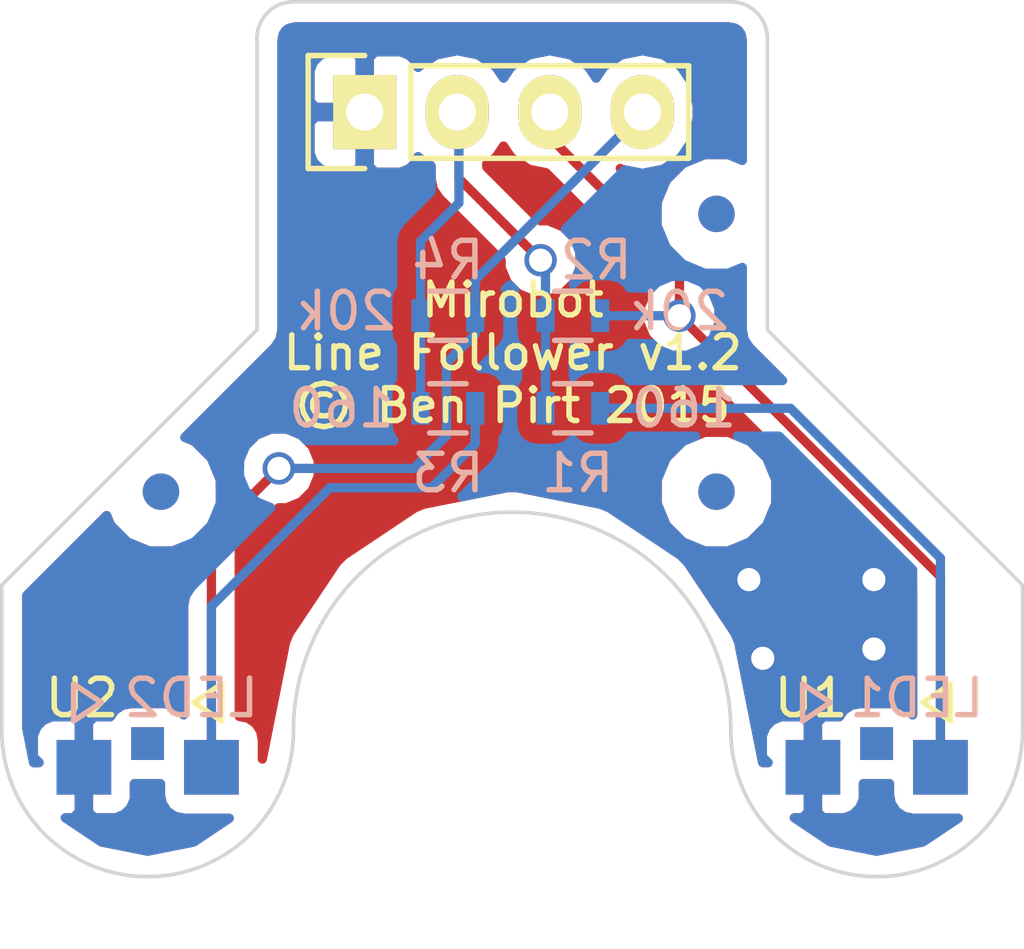
<source format=kicad_pcb>
(kicad_pcb (version 4) (host pcbnew "(2014-12-16 BZR 5324)-product")

  (general
    (links 14)
    (no_connects 1)
    (area 129.949999 61.949999 158.050001 86.050001)
    (thickness 1.6)
    (drawings 13)
    (tracks 49)
    (zones 0)
    (modules 12)
    (nets 7)
  )

  (page A4)
  (layers
    (0 F.Cu signal)
    (31 B.Cu signal)
    (32 B.Adhes user)
    (33 F.Adhes user)
    (34 B.Paste user)
    (35 F.Paste user)
    (36 B.SilkS user)
    (37 F.SilkS user)
    (38 B.Mask user)
    (39 F.Mask user)
    (40 Dwgs.User user)
    (41 Cmts.User user)
    (42 Eco1.User user)
    (43 Eco2.User user)
    (44 Edge.Cuts user)
    (45 Margin user)
    (46 B.CrtYd user)
    (47 F.CrtYd user)
    (48 B.Fab user)
    (49 F.Fab user)
  )

  (setup
    (last_trace_width 0.254)
    (trace_clearance 0.254)
    (zone_clearance 0.508)
    (zone_45_only no)
    (trace_min 0.254)
    (segment_width 0.2)
    (edge_width 0.1)
    (via_size 0.889)
    (via_drill 0.635)
    (via_min_size 0.889)
    (via_min_drill 0.508)
    (uvia_size 0.508)
    (uvia_drill 0.127)
    (uvias_allowed no)
    (uvia_min_size 0.508)
    (uvia_min_drill 0.127)
    (pcb_text_width 0.3)
    (pcb_text_size 1.5 1.5)
    (mod_edge_width 0.15)
    (mod_text_size 1 1)
    (mod_text_width 0.15)
    (pad_size 0.9 0.9)
    (pad_drill 0)
    (pad_to_mask_clearance 0)
    (aux_axis_origin 0 0)
    (visible_elements FFFFFF7F)
    (pcbplotparams
      (layerselection 0x010f0_80000001)
      (usegerberextensions true)
      (excludeedgelayer true)
      (linewidth 0.100000)
      (plotframeref false)
      (viasonmask false)
      (mode 1)
      (useauxorigin false)
      (hpglpennumber 1)
      (hpglpenspeed 20)
      (hpglpendiameter 15)
      (hpglpenoverlay 2)
      (psnegative false)
      (psa4output false)
      (plotreference true)
      (plotvalue true)
      (plotinvisibletext false)
      (padsonsilk false)
      (subtractmaskfromsilk false)
      (outputformat 1)
      (mirror false)
      (drillshape 0)
      (scaleselection 1)
      (outputdirectory output/))
  )

  (net 0 "")
  (net 1 GND)
  (net 2 VCC)
  (net 3 "Net-(P1-Pad4)")
  (net 4 "Net-(P1-Pad3)")
  (net 5 "Net-(LED1-Pad2)")
  (net 6 "Net-(LED2-Pad2)")

  (net_class Default "This is the default net class."
    (clearance 0.254)
    (trace_width 0.254)
    (via_dia 0.889)
    (via_drill 0.635)
    (uvia_dia 0.508)
    (uvia_drill 0.127)
    (add_net GND)
    (add_net "Net-(LED1-Pad2)")
    (add_net "Net-(LED2-Pad2)")
    (add_net "Net-(P1-Pad3)")
    (add_net "Net-(P1-Pad4)")
    (add_net VCC)
  )

  (module Resistors_SMD:R_0603 (layer B.Cu) (tedit 55770A69) (tstamp 5571D740)
    (at 142.236 70.612 180)
    (descr "Resistor SMD 0603, reflow soldering, Vishay (see dcrcw.pdf)")
    (tags "resistor 0603")
    (path /55718BA0)
    (attr smd)
    (fp_text reference R4 (at -0.004 1.524 180) (layer B.SilkS)
      (effects (font (size 1 1) (thickness 0.15)) (justify mirror))
    )
    (fp_text value 20k (at 2.794 0.127 180) (layer B.SilkS)
      (effects (font (size 1 1) (thickness 0.15)) (justify mirror))
    )
    (fp_line (start -1.3 0.8) (end 1.3 0.8) (layer B.CrtYd) (width 0.05))
    (fp_line (start -1.3 -0.8) (end 1.3 -0.8) (layer B.CrtYd) (width 0.05))
    (fp_line (start -1.3 0.8) (end -1.3 -0.8) (layer B.CrtYd) (width 0.05))
    (fp_line (start 1.3 0.8) (end 1.3 -0.8) (layer B.CrtYd) (width 0.05))
    (fp_line (start 0.5 -0.675) (end -0.5 -0.675) (layer B.SilkS) (width 0.15))
    (fp_line (start -0.5 0.675) (end 0.5 0.675) (layer B.SilkS) (width 0.15))
    (pad 1 smd rect (at -0.75 0 180) (size 0.5 0.9) (layers B.Cu B.Paste B.Mask)
      (net 3 "Net-(P1-Pad4)"))
    (pad 2 smd rect (at 0.75 0 180) (size 0.5 0.9) (layers B.Cu B.Paste B.Mask)
      (net 2 VCC))
    (model Resistors_SMD.3dshapes/R_0603.wrl
      (at (xyz 0 0 0))
      (scale (xyz 1 1 1))
      (rotate (xyz 0 0 0))
    )
  )

  (module Resistors_SMD:R_0603 (layer B.Cu) (tedit 55770A5B) (tstamp 5571D73B)
    (at 142.236 73.152 180)
    (descr "Resistor SMD 0603, reflow soldering, Vishay (see dcrcw.pdf)")
    (tags "resistor 0603")
    (path /55718B2D)
    (attr smd)
    (fp_text reference R3 (at -0.004 -1.778 180) (layer B.SilkS)
      (effects (font (size 1 1) (thickness 0.15)) (justify mirror))
    )
    (fp_text value 160 (at 2.921 0 180) (layer B.SilkS)
      (effects (font (size 1 1) (thickness 0.15)) (justify mirror))
    )
    (fp_line (start -1.3 0.8) (end 1.3 0.8) (layer B.CrtYd) (width 0.05))
    (fp_line (start -1.3 -0.8) (end 1.3 -0.8) (layer B.CrtYd) (width 0.05))
    (fp_line (start -1.3 0.8) (end -1.3 -0.8) (layer B.CrtYd) (width 0.05))
    (fp_line (start 1.3 0.8) (end 1.3 -0.8) (layer B.CrtYd) (width 0.05))
    (fp_line (start 0.5 -0.675) (end -0.5 -0.675) (layer B.SilkS) (width 0.15))
    (fp_line (start -0.5 0.675) (end 0.5 0.675) (layer B.SilkS) (width 0.15))
    (pad 1 smd rect (at -0.75 0 180) (size 0.5 0.9) (layers B.Cu B.Paste B.Mask)
      (net 6 "Net-(LED2-Pad2)"))
    (pad 2 smd rect (at 0.75 0 180) (size 0.5 0.9) (layers B.Cu B.Paste B.Mask)
      (net 2 VCC))
    (model Resistors_SMD.3dshapes/R_0603.wrl
      (at (xyz 0 0 0))
      (scale (xyz 1 1 1))
      (rotate (xyz 0 0 0))
    )
  )

  (module Resistors_SMD:R_0603 (layer B.Cu) (tedit 55770C7F) (tstamp 557559D2)
    (at 145.665 70.612 180)
    (descr "Resistor SMD 0603, reflow soldering, Vishay (see dcrcw.pdf)")
    (tags "resistor 0603")
    (path /55718B75)
    (attr smd)
    (fp_text reference R2 (at -0.639 1.524 180) (layer B.SilkS)
      (effects (font (size 1 1) (thickness 0.15)) (justify mirror))
    )
    (fp_text value 20k (at -2.921 0.127 180) (layer B.SilkS)
      (effects (font (size 1 1) (thickness 0.15)) (justify mirror))
    )
    (fp_line (start -1.3 0.8) (end 1.3 0.8) (layer B.CrtYd) (width 0.05))
    (fp_line (start -1.3 -0.8) (end 1.3 -0.8) (layer B.CrtYd) (width 0.05))
    (fp_line (start -1.3 0.8) (end -1.3 -0.8) (layer B.CrtYd) (width 0.05))
    (fp_line (start 1.3 0.8) (end 1.3 -0.8) (layer B.CrtYd) (width 0.05))
    (fp_line (start 0.5 -0.675) (end -0.5 -0.675) (layer B.SilkS) (width 0.15))
    (fp_line (start -0.5 0.675) (end 0.5 0.675) (layer B.SilkS) (width 0.15))
    (pad 1 smd rect (at -0.75 0 180) (size 0.5 0.9) (layers B.Cu B.Paste B.Mask)
      (net 4 "Net-(P1-Pad3)"))
    (pad 2 smd rect (at 0.75 0 180) (size 0.5 0.9) (layers B.Cu B.Paste B.Mask)
      (net 2 VCC))
    (model Resistors_SMD.3dshapes/R_0603.wrl
      (at (xyz 0 0 0))
      (scale (xyz 1 1 1))
      (rotate (xyz 0 0 0))
    )
  )

  (module Resistors_SMD:R_0603 (layer B.Cu) (tedit 55770A66) (tstamp 5571D731)
    (at 145.665 73.152 180)
    (descr "Resistor SMD 0603, reflow soldering, Vishay (see dcrcw.pdf)")
    (tags "resistor 0603")
    (path /55718AA6)
    (attr smd)
    (fp_text reference R1 (at -0.131 -1.778 180) (layer B.SilkS)
      (effects (font (size 1 1) (thickness 0.15)) (justify mirror))
    )
    (fp_text value 160 (at -3.048 0 180) (layer B.SilkS)
      (effects (font (size 1 1) (thickness 0.15)) (justify mirror))
    )
    (fp_line (start -1.3 0.8) (end 1.3 0.8) (layer B.CrtYd) (width 0.05))
    (fp_line (start -1.3 -0.8) (end 1.3 -0.8) (layer B.CrtYd) (width 0.05))
    (fp_line (start -1.3 0.8) (end -1.3 -0.8) (layer B.CrtYd) (width 0.05))
    (fp_line (start 1.3 0.8) (end 1.3 -0.8) (layer B.CrtYd) (width 0.05))
    (fp_line (start 0.5 -0.675) (end -0.5 -0.675) (layer B.SilkS) (width 0.15))
    (fp_line (start -0.5 0.675) (end 0.5 0.675) (layer B.SilkS) (width 0.15))
    (pad 1 smd rect (at -0.75 0 180) (size 0.5 0.9) (layers B.Cu B.Paste B.Mask)
      (net 5 "Net-(LED1-Pad2)"))
    (pad 2 smd rect (at 0.75 0 180) (size 0.5 0.9) (layers B.Cu B.Paste B.Mask)
      (net 2 VCC))
    (model Resistors_SMD.3dshapes/R_0603.wrl
      (at (xyz 0 0 0))
      (scale (xyz 1 1 1))
      (rotate (xyz 0 0 0))
    )
  )

  (module Pin_Headers:Pin_Header_Straight_1x04 (layer F.Cu) (tedit 557580E5) (tstamp 5575619D)
    (at 139.954 65.024 90)
    (descr "Through hole pin header")
    (tags "pin header")
    (path /55754F18)
    (fp_text reference P1 (at 0 -5.1 90) (layer F.SilkS) hide
      (effects (font (size 1 1) (thickness 0.15)))
    )
    (fp_text value CONN_01X04 (at 5.151 3.3 180) (layer F.Fab) hide
      (effects (font (size 1 1) (thickness 0.15)))
    )
    (fp_line (start -1.75 -1.75) (end -1.75 9.4) (layer F.CrtYd) (width 0.05))
    (fp_line (start 1.75 -1.75) (end 1.75 9.4) (layer F.CrtYd) (width 0.05))
    (fp_line (start -1.75 -1.75) (end 1.75 -1.75) (layer F.CrtYd) (width 0.05))
    (fp_line (start -1.75 9.4) (end 1.75 9.4) (layer F.CrtYd) (width 0.05))
    (fp_line (start -1.27 1.27) (end -1.27 8.89) (layer F.SilkS) (width 0.15))
    (fp_line (start 1.27 1.27) (end 1.27 8.89) (layer F.SilkS) (width 0.15))
    (fp_line (start 1.55 -1.55) (end 1.55 0) (layer F.SilkS) (width 0.15))
    (fp_line (start -1.27 8.89) (end 1.27 8.89) (layer F.SilkS) (width 0.15))
    (fp_line (start 1.27 1.27) (end -1.27 1.27) (layer F.SilkS) (width 0.15))
    (fp_line (start -1.55 0) (end -1.55 -1.55) (layer F.SilkS) (width 0.15))
    (fp_line (start -1.55 -1.55) (end 1.55 -1.55) (layer F.SilkS) (width 0.15))
    (pad 1 thru_hole rect (at 0 0 90) (size 2.032 1.7272) (drill 1.016) (layers *.Cu *.Mask F.SilkS)
      (net 1 GND))
    (pad 2 thru_hole oval (at 0 2.54 90) (size 2.032 1.7272) (drill 1.016) (layers *.Cu *.Mask F.SilkS)
      (net 2 VCC))
    (pad 3 thru_hole oval (at 0 5.08 90) (size 2.032 1.7272) (drill 1.016) (layers *.Cu *.Mask F.SilkS)
      (net 4 "Net-(P1-Pad3)"))
    (pad 4 thru_hole oval (at 0 7.62 90) (size 2.032 1.7272) (drill 1.016) (layers *.Cu *.Mask F.SilkS)
      (net 3 "Net-(P1-Pad4)"))
    (model Pin_Headers.3dshapes/Pin_Header_Straight_1x04.wrl
      (at (xyz 0 -0.15 0))
      (scale (xyz 1 1 1))
      (rotate (xyz 0 0 90))
    )
  )

  (module Mirobot:Fiducial (layer F.Cu) (tedit 55795E33) (tstamp 55795E03)
    (at 134.366 75.438)
    (path /55794A54)
    (fp_text reference FID1 (at 0 2.286) (layer F.SilkS) hide
      (effects (font (size 1 1) (thickness 0.15)))
    )
    (fp_text value Fiducial (at 0 -2.54) (layer F.SilkS) hide
      (effects (font (size 1 1) (thickness 0.15)))
    )
    (pad 1 smd circle (at 0 0) (size 1 1) (layers *.Cu *.Mask)
      (solder_mask_margin 1) (clearance 1))
  )

  (module Mirobot:Fiducial (layer F.Cu) (tedit 55795E14) (tstamp 55795E07)
    (at 149.606 67.818)
    (path /55794AA0)
    (fp_text reference FID2 (at 0 2.286) (layer F.SilkS) hide
      (effects (font (size 1 1) (thickness 0.15)))
    )
    (fp_text value Fiducial (at 0 -2.54) (layer F.SilkS) hide
      (effects (font (size 1 1) (thickness 0.15)))
    )
    (pad 1 smd circle (at 0 0) (size 1 1) (layers *.Cu *.Mask)
      (solder_mask_margin 1) (clearance 1))
  )

  (module Mirobot:Fiducial (layer F.Cu) (tedit 55795E1C) (tstamp 55795E0B)
    (at 149.606 75.438)
    (path /55794ADF)
    (fp_text reference FID3 (at 0 2.286) (layer F.SilkS) hide
      (effects (font (size 1 1) (thickness 0.15)))
    )
    (fp_text value Fiducial (at 0 -2.54) (layer F.SilkS) hide
      (effects (font (size 1 1) (thickness 0.15)))
    )
    (pad 1 smd circle (at 0 0) (size 1 1) (layers *.Cu *.Mask)
      (solder_mask_margin 1) (clearance 1))
  )

  (module Mirobot:SIDE-LED (layer F.Cu) (tedit 55B22B91) (tstamp 55795E21)
    (at 134 83 270)
    (path /5571D454)
    (attr smd)
    (fp_text reference U2 (at -1.9 1.8 360) (layer F.SilkS)
      (effects (font (size 1 1) (thickness 0.15)))
    )
    (fp_text value RIGHT_SENSE (at 0 4.064 270) (layer F.SilkS) hide
      (effects (font (size 1.5 1.5) (thickness 0.15)))
    )
    (fp_line (start -2.286 -2.032) (end -1.27 -2.032) (layer F.SilkS) (width 0.15))
    (fp_line (start -2.286 -2.032) (end -1.778 -1.27) (layer F.SilkS) (width 0.15))
    (fp_line (start -1.778 -1.27) (end -1.27 -2.032) (layer F.SilkS) (width 0.15))
    (fp_arc (start 0.5 0) (end 0.5 -1.5) (angle 180) (layer Dwgs.User) (width 0.15))
    (fp_line (start -0.5 1.95) (end -0.5 -1.95) (layer Dwgs.User) (width 0.15))
    (fp_line (start -0.5 -1.95) (end 0.5 -1.95) (layer Dwgs.User) (width 0.15))
    (fp_line (start 0.5 -1.95) (end 0.5 1.95) (layer Dwgs.User) (width 0.15))
    (fp_line (start 0.5 1.95) (end -0.5 1.95) (layer Dwgs.User) (width 0.15))
    (pad "" smd rect (at -0.65 0 270) (size 0.9 0.9) (layers F.Cu F.Paste F.Mask))
    (pad 2 smd rect (at 0 1.75 270) (size 1.5 1.5) (layers F.Cu F.Paste F.Mask)
      (net 1 GND))
    (pad 1 smd rect (at 0 -1.75 270) (size 1.5 1.5) (layers F.Cu F.Paste F.Mask)
      (net 3 "Net-(P1-Pad4)"))
  )

  (module Mirobot:SIDE-LED (layer B.Cu) (tedit 55B22B99) (tstamp 55795E15)
    (at 134 83 270)
    (path /55B22939)
    (attr smd)
    (fp_text reference LED2 (at -1.9 -1.2 360) (layer B.SilkS)
      (effects (font (size 1 1) (thickness 0.15)) (justify mirror))
    )
    (fp_text value RIGHT_LED (at 0 -4.064 270) (layer B.SilkS) hide
      (effects (font (size 1.5 1.5) (thickness 0.15)) (justify mirror))
    )
    (fp_line (start -2.286 2.032) (end -1.27 2.032) (layer B.SilkS) (width 0.15))
    (fp_line (start -2.286 2.032) (end -1.778 1.27) (layer B.SilkS) (width 0.15))
    (fp_line (start -1.778 1.27) (end -1.27 2.032) (layer B.SilkS) (width 0.15))
    (fp_arc (start 0.5 0) (end 0.5 1.5) (angle -180) (layer Dwgs.User) (width 0.15))
    (fp_line (start -0.5 -1.95) (end -0.5 1.95) (layer Dwgs.User) (width 0.15))
    (fp_line (start -0.5 1.95) (end 0.5 1.95) (layer Dwgs.User) (width 0.15))
    (fp_line (start 0.5 1.95) (end 0.5 -1.95) (layer Dwgs.User) (width 0.15))
    (fp_line (start 0.5 -1.95) (end -0.5 -1.95) (layer Dwgs.User) (width 0.15))
    (pad "" smd rect (at -0.65 0 270) (size 0.9 0.9) (layers B.Cu B.Paste B.Mask))
    (pad 2 smd rect (at 0 -1.75 270) (size 1.5 1.5) (layers B.Cu B.Paste B.Mask)
      (net 6 "Net-(LED2-Pad2)"))
    (pad 1 smd rect (at 0 1.75 270) (size 1.5 1.5) (layers B.Cu B.Paste B.Mask)
      (net 1 GND))
  )

  (module Mirobot:SIDE-LED (layer F.Cu) (tedit 55B22BA6) (tstamp 55795E1B)
    (at 154 83 270)
    (path /5571D3FA)
    (attr smd)
    (fp_text reference U1 (at -1.9 1.8 360) (layer F.SilkS)
      (effects (font (size 1 1) (thickness 0.15)))
    )
    (fp_text value LEFT_SENSE (at 0 4.064 270) (layer F.SilkS) hide
      (effects (font (size 1.5 1.5) (thickness 0.15)))
    )
    (fp_line (start -2.286 -2.032) (end -1.27 -2.032) (layer F.SilkS) (width 0.15))
    (fp_line (start -2.286 -2.032) (end -1.778 -1.27) (layer F.SilkS) (width 0.15))
    (fp_line (start -1.778 -1.27) (end -1.27 -2.032) (layer F.SilkS) (width 0.15))
    (fp_arc (start 0.5 0) (end 0.5 -1.5) (angle 180) (layer Dwgs.User) (width 0.15))
    (fp_line (start -0.5 1.95) (end -0.5 -1.95) (layer Dwgs.User) (width 0.15))
    (fp_line (start -0.5 -1.95) (end 0.5 -1.95) (layer Dwgs.User) (width 0.15))
    (fp_line (start 0.5 -1.95) (end 0.5 1.95) (layer Dwgs.User) (width 0.15))
    (fp_line (start 0.5 1.95) (end -0.5 1.95) (layer Dwgs.User) (width 0.15))
    (pad "" smd rect (at -0.65 0 270) (size 0.9 0.9) (layers F.Cu F.Paste F.Mask))
    (pad 2 smd rect (at 0 1.75 270) (size 1.5 1.5) (layers F.Cu F.Paste F.Mask)
      (net 1 GND))
    (pad 1 smd rect (at 0 -1.75 270) (size 1.5 1.5) (layers F.Cu F.Paste F.Mask)
      (net 4 "Net-(P1-Pad3)"))
  )

  (module Mirobot:SIDE-LED (layer B.Cu) (tedit 55B22BA0) (tstamp 55B22851)
    (at 154 83 270)
    (path /55B22A08)
    (attr smd)
    (fp_text reference LED1 (at -1.9 -1.1 360) (layer B.SilkS)
      (effects (font (size 1 1) (thickness 0.15)) (justify mirror))
    )
    (fp_text value LEFT_LED (at 0 -4.064 270) (layer B.SilkS) hide
      (effects (font (size 1.5 1.5) (thickness 0.15)) (justify mirror))
    )
    (fp_line (start -2.286 2.032) (end -1.27 2.032) (layer B.SilkS) (width 0.15))
    (fp_line (start -2.286 2.032) (end -1.778 1.27) (layer B.SilkS) (width 0.15))
    (fp_line (start -1.778 1.27) (end -1.27 2.032) (layer B.SilkS) (width 0.15))
    (fp_arc (start 0.5 0) (end 0.5 1.5) (angle -180) (layer Dwgs.User) (width 0.15))
    (fp_line (start -0.5 -1.95) (end -0.5 1.95) (layer Dwgs.User) (width 0.15))
    (fp_line (start -0.5 1.95) (end 0.5 1.95) (layer Dwgs.User) (width 0.15))
    (fp_line (start 0.5 1.95) (end 0.5 -1.95) (layer Dwgs.User) (width 0.15))
    (fp_line (start 0.5 -1.95) (end -0.5 -1.95) (layer Dwgs.User) (width 0.15))
    (pad "" smd rect (at -0.65 0 270) (size 0.9 0.9) (layers B.Cu B.Paste B.Mask))
    (pad 2 smd rect (at 0 -1.75 270) (size 1.5 1.5) (layers B.Cu B.Paste B.Mask)
      (net 5 "Net-(LED1-Pad2)"))
    (pad 1 smd rect (at 0 1.75 270) (size 1.5 1.5) (layers B.Cu B.Paste B.Mask)
      (net 1 GND))
  )

  (gr_text "Mirobot\nLine Follower v1.2\n© Ben Pirt 2015" (at 144.018 71.628) (layer F.SilkS)
    (effects (font (size 0.9 0.9) (thickness 0.15)))
  )
  (gr_arc (start 150 63) (end 150 62) (angle 90) (layer Edge.Cuts) (width 0.1))
  (gr_arc (start 138 63) (end 137 63) (angle 90) (layer Edge.Cuts) (width 0.1))
  (gr_line (start 130 78) (end 130 82) (angle 90) (layer Edge.Cuts) (width 0.1))
  (gr_line (start 137 71) (end 130 78) (angle 90) (layer Edge.Cuts) (width 0.1))
  (gr_line (start 158 78) (end 151 71) (angle 90) (layer Edge.Cuts) (width 0.1))
  (gr_line (start 158 82) (end 158 78) (angle 90) (layer Edge.Cuts) (width 0.1))
  (gr_arc (start 144 82) (end 138 82) (angle 180) (layer Edge.Cuts) (width 0.1))
  (gr_arc (start 154 82) (end 158 82) (angle 180) (layer Edge.Cuts) (width 0.1))
  (gr_arc (start 134 82) (end 138 82) (angle 180) (layer Edge.Cuts) (width 0.1))
  (gr_line (start 137 71) (end 137 63) (angle 90) (layer Edge.Cuts) (width 0.1) (tstamp 5575909D))
  (gr_line (start 151 63) (end 151 71) (angle 90) (layer Edge.Cuts) (width 0.1))
  (gr_line (start 138 62) (end 150 62) (angle 90) (layer Edge.Cuts) (width 0.1))

  (segment (start 152.25 83) (end 152.25 81.43) (width 0.254) (layer B.Cu) (net 1) (status 10))
  (via (at 150.876 80.01) (size 0.889) (layers F.Cu B.Cu) (net 1))
  (segment (start 150.876 78.232) (end 150.876 80.01) (width 0.254) (layer F.Cu) (net 1) (tstamp 5579593B))
  (segment (start 150.495 77.851) (end 150.876 78.232) (width 0.254) (layer F.Cu) (net 1) (tstamp 5579593A))
  (via (at 150.495 77.851) (size 0.889) (layers F.Cu B.Cu) (net 1))
  (segment (start 153.924 77.851) (end 150.495 77.851) (width 0.254) (layer B.Cu) (net 1) (tstamp 55795937))
  (via (at 153.924 77.851) (size 0.889) (layers F.Cu B.Cu) (net 1))
  (segment (start 153.924 79.756) (end 153.924 77.851) (width 0.254) (layer F.Cu) (net 1) (tstamp 55795934))
  (via (at 153.924 79.756) (size 0.889) (layers F.Cu B.Cu) (net 1))
  (segment (start 152.25 81.43) (end 153.924 79.756) (width 0.254) (layer B.Cu) (net 1) (tstamp 5579592A))
  (segment (start 132.25 83) (end 132.25 82.5) (width 0.254) (layer F.Cu) (net 1) (status 30))
  (segment (start 144.915 70.612) (end 144.915 69.223) (width 0.254) (layer B.Cu) (net 2) (status 10))
  (segment (start 142.54 66.848) (end 142.54 65) (width 0.254) (layer F.Cu) (net 2) (tstamp 55770C16) (status 20))
  (segment (start 144.78 69.088) (end 142.54 66.848) (width 0.254) (layer F.Cu) (net 2) (tstamp 55770C15))
  (via (at 144.78 69.088) (size 0.889) (layers F.Cu B.Cu) (net 2))
  (segment (start 144.915 69.223) (end 144.78 69.088) (width 0.254) (layer B.Cu) (net 2) (tstamp 55770C11))
  (segment (start 144.915 73.152) (end 144.915 70.612) (width 0.254) (layer B.Cu) (net 2) (status 30))
  (segment (start 141.486 70.612) (end 141.486 73.152) (width 0.254) (layer B.Cu) (net 2) (status 30))
  (segment (start 142.54 65) (end 142.54 67.518) (width 0.254) (layer B.Cu) (net 2) (status 10))
  (segment (start 142.54 67.518) (end 141.486 68.572) (width 0.254) (layer B.Cu) (net 2) (tstamp 55770AB3))
  (segment (start 141.486 68.572) (end 141.486 70.612) (width 0.254) (layer B.Cu) (net 2) (tstamp 55770AC0) (status 20))
  (segment (start 142.540548 65.210548) (end 142.54 65) (width 0.254) (layer F.Cu) (net 2) (tstamp 55757BCA) (status 30))
  (segment (start 142.986 70.612) (end 142.986 71.114) (width 0.254) (layer B.Cu) (net 3) (status 10))
  (segment (start 135.75 76.65) (end 135.75 83) (width 0.254) (layer F.Cu) (net 3) (tstamp 55B22AE4) (status 20))
  (segment (start 137.6 74.8) (end 135.75 76.65) (width 0.254) (layer F.Cu) (net 3) (tstamp 55B22AE3))
  (via (at 137.6 74.8) (size 0.889) (layers F.Cu B.Cu) (net 3))
  (segment (start 141.3 74.8) (end 137.6 74.8) (width 0.254) (layer B.Cu) (net 3) (tstamp 55B22ADF))
  (segment (start 142.2 73.9) (end 141.3 74.8) (width 0.254) (layer B.Cu) (net 3) (tstamp 55B22ADC))
  (segment (start 142.2 71.9) (end 142.2 73.9) (width 0.254) (layer B.Cu) (net 3) (tstamp 55B22AD9))
  (segment (start 142.986 71.114) (end 142.2 71.9) (width 0.254) (layer B.Cu) (net 3) (tstamp 55B22AD7))
  (segment (start 142.986 69.634) (end 147.62 65) (width 0.254) (layer B.Cu) (net 3) (tstamp 55770ACB) (status 20))
  (segment (start 142.986 70.612) (end 142.986 69.634) (width 0.254) (layer B.Cu) (net 3) (status 10))
  (segment (start 147.62 65.13) (end 147.62 65) (width 0.254) (layer B.Cu) (net 3) (tstamp 55757F7A) (status 30))
  (segment (start 155.75 83) (end 155.75 77.772) (width 0.254) (layer F.Cu) (net 4) (status 10))
  (segment (start 155.75 77.772) (end 148.59 70.612) (width 0.254) (layer F.Cu) (net 4) (tstamp 55770CB2))
  (segment (start 148.59 70.612) (end 148.59 69.272) (width 0.254) (layer F.Cu) (net 4))
  (via (at 148.59 70.612) (size 0.889) (layers F.Cu B.Cu) (net 4))
  (segment (start 148.59 69.272) (end 144.953 65.635) (width 0.254) (layer F.Cu) (net 4) (tstamp 55770CE3) (status 20))
  (segment (start 148.59 70.612) (end 146.415 70.612) (width 0.254) (layer B.Cu) (net 4) (tstamp 55770CC1) (status 20))
  (segment (start 155.75 77.264) (end 155.75 83) (width 0.254) (layer B.Cu) (net 5) (tstamp 55770C9C) (status 20))
  (segment (start 155.75 83) (end 155.75 82.25) (width 0.254) (layer B.Cu) (net 5) (status 30))
  (segment (start 151.638 73.152) (end 155.75 77.264) (width 0.254) (layer B.Cu) (net 5) (tstamp 55770C94))
  (segment (start 146.415 73.152) (end 151.638 73.152) (width 0.254) (layer B.Cu) (net 5) (status 10))
  (segment (start 139.002424 75.33) (end 141.788424 75.33) (width 0.254) (layer B.Cu) (net 6))
  (segment (start 139.002424 75.33) (end 135.75 78.582424) (width 0.254) (layer B.Cu) (net 6) (tstamp 55770DDE))
  (segment (start 135.75 83) (end 135.75 78.582424) (width 0.254) (layer B.Cu) (net 6) (tstamp 55770BED) (status 10))
  (segment (start 142.986 74.132424) (end 141.788424 75.33) (width 0.254) (layer B.Cu) (net 6) (tstamp 55770BE7))
  (segment (start 142.986 74.132424) (end 142.986 73.152) (width 0.254) (layer B.Cu) (net 6) (status 20))
  (segment (start 142.986 73.152) (end 142.986 73.168) (width 0.254) (layer B.Cu) (net 6) (status 30))

  (zone (net 1) (net_name GND) (layer F.Cu) (tstamp 557579D4) (hatch edge 0.508)
    (connect_pads (clearance 0.508))
    (min_thickness 0.254)
    (fill yes (arc_segments 16) (thermal_gap 0.508) (thermal_bridge_width 0.508))
    (polygon
      (pts
        (xy 158 88) (xy 130 88) (xy 130 62) (xy 158 62)
      )
    )
    (filled_polygon
      (pts
        (xy 136.240477 84.39744) (xy 135.263459 85.050262) (xy 134 85.301579) (xy 132.736539 85.050261) (xy 131.740905 84.385)
        (xy 131.96425 84.385) (xy 132.123 84.22625) (xy 132.123 83.127) (xy 132.103 83.127) (xy 132.103 82.873)
        (xy 132.123 82.873) (xy 132.123 81.77375) (xy 131.96425 81.615) (xy 131.626309 81.615) (xy 131.37369 81.615)
        (xy 131.140301 81.711673) (xy 130.961673 81.890302) (xy 130.865 82.123691) (xy 130.865 82.71425) (xy 131.023748 82.872998)
        (xy 130.87207 82.872998) (xy 130.685 81.932532) (xy 130.685 78.283736) (xy 132.876081 76.092654) (xy 132.985892 76.358418)
        (xy 133.443175 76.816499) (xy 134.04095 77.064717) (xy 134.688211 77.065282) (xy 134.988 76.941411) (xy 134.988 81.562788)
        (xy 134.910673 81.445073) (xy 134.69964 81.302623) (xy 134.45 81.25256) (xy 133.55 81.25256) (xy 133.307877 81.299537)
        (xy 133.095073 81.439327) (xy 132.976491 81.615) (xy 132.873691 81.615) (xy 132.53575 81.615) (xy 132.377 81.77375)
        (xy 132.377 82.873) (xy 132.397 82.873) (xy 132.397 83.127) (xy 132.377 83.127) (xy 132.377 84.22625)
        (xy 132.53575 84.385) (xy 132.873691 84.385) (xy 133.12631 84.385) (xy 133.359699 84.288327) (xy 133.538327 84.109698)
        (xy 133.635 83.876309) (xy 133.635 83.44744) (xy 134.35256 83.44744) (xy 134.35256 83.75) (xy 134.399537 83.992123)
        (xy 134.539327 84.204927) (xy 134.75036 84.347377) (xy 135 84.39744) (xy 136.240477 84.39744)
      )
    )
    (filled_polygon
      (pts
        (xy 156.240477 84.39744) (xy 155.263459 85.050262) (xy 154 85.301579) (xy 152.736539 85.050261) (xy 151.740905 84.385)
        (xy 151.96425 84.385) (xy 152.123 84.22625) (xy 152.123 83.127) (xy 152.103 83.127) (xy 152.103 82.873)
        (xy 152.123 82.873) (xy 152.123 81.77375) (xy 151.96425 81.615) (xy 151.626309 81.615) (xy 151.37369 81.615)
        (xy 151.233282 81.673158) (xy 151.233282 75.115789) (xy 150.986108 74.517582) (xy 150.528825 74.059501) (xy 149.93105 73.811283)
        (xy 149.283789 73.810718) (xy 148.685582 74.057892) (xy 148.227501 74.515175) (xy 147.979283 75.11295) (xy 147.978718 75.760211)
        (xy 148.225892 76.358418) (xy 148.683175 76.816499) (xy 149.28095 77.064717) (xy 149.928211 77.065282) (xy 150.526418 76.818108)
        (xy 150.984499 76.360825) (xy 151.232717 75.76305) (xy 151.233282 75.115789) (xy 151.233282 81.673158) (xy 151.140301 81.711673)
        (xy 150.961673 81.890302) (xy 150.865 82.123691) (xy 150.865 82.71425) (xy 151.023748 82.872998) (xy 150.87207 82.872998)
        (xy 150.671838 81.866363) (xy 150.215115 79.570263) (xy 150.215115 79.570262) (xy 150.185157 79.497938) (xy 150.112834 79.323334)
        (xy 148.812198 77.376794) (xy 148.812198 77.376793) (xy 148.717702 77.282298) (xy 148.623207 77.187803) (xy 146.676667 75.887166)
        (xy 146.532019 75.827251) (xy 146.429738 75.784885) (xy 144.133637 75.328162) (xy 143.999999 75.328162) (xy 143.866363 75.328162)
        (xy 141.570262 75.784885) (xy 141.497938 75.814842) (xy 141.323334 75.887166) (xy 139.827 76.886983) (xy 139.827 66.51625)
        (xy 139.827 65.151) (xy 139.827 64.897) (xy 139.827 63.53175) (xy 139.66825 63.373) (xy 139.216709 63.373)
        (xy 138.96409 63.373) (xy 138.730701 63.469673) (xy 138.552073 63.648302) (xy 138.4554 63.881691) (xy 138.4554 64.73825)
        (xy 138.61415 64.897) (xy 139.827 64.897) (xy 139.827 65.151) (xy 138.61415 65.151) (xy 138.4554 65.30975)
        (xy 138.4554 66.166309) (xy 138.552073 66.399698) (xy 138.730701 66.578327) (xy 138.96409 66.675) (xy 139.216709 66.675)
        (xy 139.66825 66.675) (xy 139.827 66.51625) (xy 139.827 76.886983) (xy 139.376793 77.187802) (xy 139.282298 77.282298)
        (xy 139.187803 77.376793) (xy 137.887166 79.323333) (xy 137.827251 79.46798) (xy 137.784885 79.570262) (xy 137.328162 81.866363)
        (xy 137.14744 82.774913) (xy 137.14744 82.25) (xy 137.100463 82.007877) (xy 136.960673 81.795073) (xy 136.74964 81.652623)
        (xy 136.512 81.604966) (xy 136.512 76.96563) (xy 137.59813 75.879499) (xy 137.813784 75.879687) (xy 138.210689 75.715689)
        (xy 138.514622 75.412286) (xy 138.679313 75.015668) (xy 138.679687 74.586216) (xy 138.515689 74.189311) (xy 138.212286 73.885378)
        (xy 137.815668 73.720687) (xy 137.386216 73.720313) (xy 136.989311 73.884311) (xy 136.685378 74.187714) (xy 136.520687 74.584332)
        (xy 136.520497 74.801872) (xy 135.993095 75.329274) (xy 135.993282 75.115789) (xy 135.746108 74.517582) (xy 135.288825 74.059501)
        (xy 135.020608 73.948127) (xy 137.484368 71.484368) (xy 137.632857 71.262138) (xy 137.685 71) (xy 137.685 63.067465)
        (xy 137.721375 62.88459) (xy 137.786751 62.786749) (xy 137.88459 62.721376) (xy 138.067465 62.685) (xy 149.932534 62.685)
        (xy 150.115409 62.721375) (xy 150.21325 62.786751) (xy 150.278623 62.88459) (xy 150.315 63.067465) (xy 150.315 66.350713)
        (xy 149.93105 66.191283) (xy 149.283789 66.190718) (xy 148.685582 66.437892) (xy 148.227501 66.895175) (xy 147.979283 67.49295)
        (xy 147.979203 67.583573) (xy 146.965523 66.569893) (xy 147.000511 66.593271) (xy 147.574 66.707345) (xy 148.147489 66.593271)
        (xy 148.63367 66.268415) (xy 148.958526 65.782234) (xy 149.0726 65.208745) (xy 149.0726 64.839255) (xy 148.958526 64.265766)
        (xy 148.63367 63.779585) (xy 148.147489 63.454729) (xy 147.574 63.340655) (xy 147.000511 63.454729) (xy 146.51433 63.779585)
        (xy 146.304 64.094365) (xy 146.09367 63.779585) (xy 145.607489 63.454729) (xy 145.034 63.340655) (xy 144.460511 63.454729)
        (xy 143.97433 63.779585) (xy 143.764 64.094365) (xy 143.55367 63.779585) (xy 143.067489 63.454729) (xy 142.494 63.340655)
        (xy 141.920511 63.454729) (xy 141.43433 63.779585) (xy 141.419499 63.80178) (xy 141.355927 63.648302) (xy 141.177299 63.469673)
        (xy 140.94391 63.373) (xy 140.691291 63.373) (xy 140.23975 63.373) (xy 140.081 63.53175) (xy 140.081 64.897)
        (xy 140.101 64.897) (xy 140.101 65.151) (xy 140.081 65.151) (xy 140.081 66.51625) (xy 140.23975 66.675)
        (xy 140.691291 66.675) (xy 140.94391 66.675) (xy 141.177299 66.578327) (xy 141.355927 66.399698) (xy 141.419499 66.246219)
        (xy 141.43433 66.268415) (xy 141.778 66.498048) (xy 141.778 66.848) (xy 141.836004 67.139605) (xy 142.001185 67.386815)
        (xy 143.7005 69.086131) (xy 143.700313 69.301784) (xy 143.864311 69.698689) (xy 144.167714 70.002622) (xy 144.564332 70.167313)
        (xy 144.993784 70.167687) (xy 145.390689 70.003689) (xy 145.694622 69.700286) (xy 145.859313 69.303668) (xy 145.859687 68.874216)
        (xy 145.695689 68.477311) (xy 145.392286 68.173378) (xy 144.995668 68.008687) (xy 144.778128 68.008497) (xy 143.302 66.532369)
        (xy 143.302 66.436575) (xy 143.55367 66.268415) (xy 143.764 65.953634) (xy 143.97433 66.268415) (xy 144.460511 66.593271)
        (xy 144.92629 66.68592) (xy 147.828 69.58763) (xy 147.828 69.847358) (xy 147.675378 69.999714) (xy 147.510687 70.396332)
        (xy 147.510313 70.825784) (xy 147.674311 71.222689) (xy 147.977714 71.526622) (xy 148.374332 71.691313) (xy 148.591872 71.691502)
        (xy 154.988 78.08763) (xy 154.988 81.562788) (xy 154.910673 81.445073) (xy 154.69964 81.302623) (xy 154.45 81.25256)
        (xy 153.55 81.25256) (xy 153.307877 81.299537) (xy 153.095073 81.439327) (xy 152.976491 81.615) (xy 152.873691 81.615)
        (xy 152.53575 81.615) (xy 152.377 81.77375) (xy 152.377 82.873) (xy 152.397 82.873) (xy 152.397 83.127)
        (xy 152.377 83.127) (xy 152.377 84.22625) (xy 152.53575 84.385) (xy 152.873691 84.385) (xy 153.12631 84.385)
        (xy 153.359699 84.288327) (xy 153.538327 84.109698) (xy 153.635 83.876309) (xy 153.635 83.44744) (xy 154.35256 83.44744)
        (xy 154.35256 83.75) (xy 154.399537 83.992123) (xy 154.539327 84.204927) (xy 154.75036 84.347377) (xy 155 84.39744)
        (xy 156.240477 84.39744)
      )
    )
  )
  (zone (net 1) (net_name GND) (layer B.Cu) (tstamp 55757A71) (hatch edge 0.508)
    (connect_pads (clearance 0.508))
    (min_thickness 0.254)
    (fill yes (arc_segments 16) (thermal_gap 0.508) (thermal_bridge_width 0.508))
    (polygon
      (pts
        (xy 158 88) (xy 130 88) (xy 130 62) (xy 158 62)
      )
    )
    (filled_polygon
      (pts
        (xy 151.421264 72.39) (xy 147.219561 72.39) (xy 147.125673 72.247073) (xy 146.91464 72.104623) (xy 146.665 72.05456)
        (xy 146.165 72.05456) (xy 145.922877 72.101537) (xy 145.710073 72.241327) (xy 145.677 72.290323) (xy 145.677 71.475326)
        (xy 145.704327 71.516927) (xy 145.91536 71.659377) (xy 146.165 71.70944) (xy 146.665 71.70944) (xy 146.907123 71.662463)
        (xy 147.119927 71.522673) (xy 147.220283 71.374) (xy 147.825358 71.374) (xy 147.977714 71.526622) (xy 148.374332 71.691313)
        (xy 148.803784 71.691687) (xy 149.200689 71.527689) (xy 149.504622 71.224286) (xy 149.669313 70.827668) (xy 149.669687 70.398216)
        (xy 149.505689 70.001311) (xy 149.202286 69.697378) (xy 148.805668 69.532687) (xy 148.376216 69.532313) (xy 147.979311 69.696311)
        (xy 147.825353 69.85) (xy 147.219561 69.85) (xy 147.125673 69.707073) (xy 146.91464 69.564623) (xy 146.665 69.51456)
        (xy 146.165 69.51456) (xy 145.922877 69.561537) (xy 145.710073 69.701327) (xy 145.677 69.750323) (xy 145.677 69.717877)
        (xy 145.694622 69.700286) (xy 145.859313 69.303668) (xy 145.859687 68.874216) (xy 145.695689 68.477311) (xy 145.458211 68.239418)
        (xy 147.08713 66.6105) (xy 147.574 66.707345) (xy 148.147489 66.593271) (xy 148.63367 66.268415) (xy 148.958526 65.782234)
        (xy 149.0726 65.208745) (xy 149.0726 64.839255) (xy 148.958526 64.265766) (xy 148.63367 63.779585) (xy 148.147489 63.454729)
        (xy 147.574 63.340655) (xy 147.000511 63.454729) (xy 146.51433 63.779585) (xy 146.304 64.094365) (xy 146.09367 63.779585)
        (xy 145.607489 63.454729) (xy 145.034 63.340655) (xy 144.460511 63.454729) (xy 143.97433 63.779585) (xy 143.764 64.094365)
        (xy 143.55367 63.779585) (xy 143.067489 63.454729) (xy 142.494 63.340655) (xy 141.920511 63.454729) (xy 141.43433 63.779585)
        (xy 141.419499 63.80178) (xy 141.355927 63.648302) (xy 141.177299 63.469673) (xy 140.94391 63.373) (xy 140.691291 63.373)
        (xy 140.23975 63.373) (xy 140.081 63.53175) (xy 140.081 64.897) (xy 140.101 64.897) (xy 140.101 65.151)
        (xy 140.081 65.151) (xy 140.081 66.51625) (xy 140.23975 66.675) (xy 140.691291 66.675) (xy 140.94391 66.675)
        (xy 141.177299 66.578327) (xy 141.355927 66.399698) (xy 141.419499 66.246219) (xy 141.43433 66.268415) (xy 141.778 66.498048)
        (xy 141.778 67.20237) (xy 140.947185 68.033185) (xy 140.782004 68.280395) (xy 140.724 68.572) (xy 140.724 69.785877)
        (xy 140.638623 69.91236) (xy 140.58856 70.162) (xy 140.58856 71.062) (xy 140.635537 71.304123) (xy 140.724 71.438791)
        (xy 140.724 72.325877) (xy 140.638623 72.45236) (xy 140.58856 72.702) (xy 140.58856 73.602) (xy 140.635537 73.844123)
        (xy 140.762893 74.038) (xy 139.827 74.038) (xy 139.827 66.51625) (xy 139.827 65.151) (xy 139.827 64.897)
        (xy 139.827 63.53175) (xy 139.66825 63.373) (xy 139.216709 63.373) (xy 138.96409 63.373) (xy 138.730701 63.469673)
        (xy 138.552073 63.648302) (xy 138.4554 63.881691) (xy 138.4554 64.73825) (xy 138.61415 64.897) (xy 139.827 64.897)
        (xy 139.827 65.151) (xy 138.61415 65.151) (xy 138.4554 65.30975) (xy 138.4554 66.166309) (xy 138.552073 66.399698)
        (xy 138.730701 66.578327) (xy 138.96409 66.675) (xy 139.216709 66.675) (xy 139.66825 66.675) (xy 139.827 66.51625)
        (xy 139.827 74.038) (xy 138.364641 74.038) (xy 138.212286 73.885378) (xy 137.815668 73.720687) (xy 137.386216 73.720313)
        (xy 136.989311 73.884311) (xy 136.685378 74.187714) (xy 136.520687 74.584332) (xy 136.520313 75.013784) (xy 136.684311 75.410689)
        (xy 136.987714 75.714622) (xy 137.378077 75.876716) (xy 135.211185 78.043609) (xy 135.046004 78.290819) (xy 134.988 78.582424)
        (xy 134.988 81.562788) (xy 134.910673 81.445073) (xy 134.69964 81.302623) (xy 134.45 81.25256) (xy 133.55 81.25256)
        (xy 133.307877 81.299537) (xy 133.095073 81.439327) (xy 132.976491 81.615) (xy 132.873691 81.615) (xy 132.53575 81.615)
        (xy 132.377 81.77375) (xy 132.377 82.873) (xy 132.397 82.873) (xy 132.397 83.127) (xy 132.377 83.127)
        (xy 132.377 84.22625) (xy 132.53575 84.385) (xy 132.873691 84.385) (xy 133.12631 84.385) (xy 133.359699 84.288327)
        (xy 133.538327 84.109698) (xy 133.635 83.876309) (xy 133.635 83.44744) (xy 134.35256 83.44744) (xy 134.35256 83.75)
        (xy 134.399537 83.992123) (xy 134.539327 84.204927) (xy 134.75036 84.347377) (xy 135 84.39744) (xy 136.240477 84.39744)
        (xy 135.263459 85.050262) (xy 134 85.301579) (xy 132.736539 85.050261) (xy 131.740905 84.385) (xy 131.96425 84.385)
        (xy 132.123 84.22625) (xy 132.123 83.127) (xy 132.103 83.127) (xy 132.103 82.873) (xy 132.123 82.873)
        (xy 132.123 81.77375) (xy 131.96425 81.615) (xy 131.626309 81.615) (xy 131.37369 81.615) (xy 131.140301 81.711673)
        (xy 130.961673 81.890302) (xy 130.865 82.123691) (xy 130.865 82.71425) (xy 131.023748 82.872998) (xy 130.87207 82.872998)
        (xy 130.685 81.932532) (xy 130.685 78.283736) (xy 132.876081 76.092654) (xy 132.985892 76.358418) (xy 133.443175 76.816499)
        (xy 134.04095 77.064717) (xy 134.688211 77.065282) (xy 135.286418 76.818108) (xy 135.744499 76.360825) (xy 135.992717 75.76305)
        (xy 135.993282 75.115789) (xy 135.746108 74.517582) (xy 135.288825 74.059501) (xy 135.020608 73.948127) (xy 137.484368 71.484368)
        (xy 137.632857 71.262138) (xy 137.685 71) (xy 137.685 63.067465) (xy 137.721375 62.88459) (xy 137.786751 62.786749)
        (xy 137.88459 62.721376) (xy 138.067465 62.685) (xy 149.932534 62.685) (xy 150.115409 62.721375) (xy 150.21325 62.786751)
        (xy 150.278623 62.88459) (xy 150.315 63.067465) (xy 150.315 66.350713) (xy 149.93105 66.191283) (xy 149.283789 66.190718)
        (xy 148.685582 66.437892) (xy 148.227501 66.895175) (xy 147.979283 67.49295) (xy 147.978718 68.140211) (xy 148.225892 68.738418)
        (xy 148.683175 69.196499) (xy 149.28095 69.444717) (xy 149.928211 69.445282) (xy 150.315 69.285464) (xy 150.315 71)
        (xy 150.367143 71.262138) (xy 150.515632 71.484368) (xy 151.421264 72.39)
      )
    )
    (filled_polygon
      (pts
        (xy 156.240477 84.39744) (xy 155.263459 85.050262) (xy 154 85.301579) (xy 152.736539 85.050261) (xy 151.740905 84.385)
        (xy 151.96425 84.385) (xy 152.123 84.22625) (xy 152.123 83.127) (xy 152.103 83.127) (xy 152.103 82.873)
        (xy 152.123 82.873) (xy 152.123 81.77375) (xy 151.96425 81.615) (xy 151.626309 81.615) (xy 151.37369 81.615)
        (xy 151.140301 81.711673) (xy 150.961673 81.890302) (xy 150.865 82.123691) (xy 150.865 82.71425) (xy 151.023748 82.872998)
        (xy 150.87207 82.872998) (xy 150.671838 81.866363) (xy 150.215115 79.570263) (xy 150.215115 79.570262) (xy 150.185157 79.497938)
        (xy 150.112834 79.323334) (xy 148.812198 77.376794) (xy 148.812198 77.376793) (xy 148.717702 77.282298) (xy 148.623207 77.187803)
        (xy 146.676667 75.887166) (xy 146.532019 75.827251) (xy 146.429738 75.784885) (xy 144.133637 75.328162) (xy 143.999999 75.328162)
        (xy 143.866363 75.328162) (xy 142.619969 75.576085) (xy 143.524815 74.67124) (xy 143.524815 74.671239) (xy 143.689996 74.424029)
        (xy 143.747999 74.132424) (xy 143.748 74.132424) (xy 143.748 73.978122) (xy 143.833377 73.85164) (xy 143.88344 73.602)
        (xy 143.88344 72.702) (xy 143.836463 72.459877) (xy 143.696673 72.247073) (xy 143.48564 72.104623) (xy 143.236 72.05456)
        (xy 143.12307 72.05456) (xy 143.524815 71.652815) (xy 143.549851 71.615344) (xy 143.549852 71.615344) (xy 143.690927 71.522673)
        (xy 143.833377 71.31164) (xy 143.88344 71.062) (xy 143.88344 70.162) (xy 143.836463 69.919877) (xy 143.813186 69.884443)
        (xy 143.931567 69.766062) (xy 144.071651 69.906391) (xy 144.067623 69.91236) (xy 144.01756 70.162) (xy 144.01756 71.062)
        (xy 144.064537 71.304123) (xy 144.153 71.438791) (xy 144.153 72.325877) (xy 144.067623 72.45236) (xy 144.01756 72.702)
        (xy 144.01756 73.602) (xy 144.064537 73.844123) (xy 144.204327 74.056927) (xy 144.41536 74.199377) (xy 144.665 74.24944)
        (xy 145.165 74.24944) (xy 145.407123 74.202463) (xy 145.619927 74.062673) (xy 145.664613 73.996471) (xy 145.704327 74.056927)
        (xy 145.91536 74.199377) (xy 146.165 74.24944) (xy 146.665 74.24944) (xy 146.907123 74.202463) (xy 147.119927 74.062673)
        (xy 147.220283 73.914) (xy 149.033827 73.914) (xy 148.685582 74.057892) (xy 148.227501 74.515175) (xy 147.979283 75.11295)
        (xy 147.978718 75.760211) (xy 148.225892 76.358418) (xy 148.683175 76.816499) (xy 149.28095 77.064717) (xy 149.928211 77.065282)
        (xy 150.526418 76.818108) (xy 150.984499 76.360825) (xy 151.232717 75.76305) (xy 151.233282 75.115789) (xy 150.986108 74.517582)
        (xy 150.528825 74.059501) (xy 150.178419 73.914) (xy 151.32237 73.914) (xy 154.988 77.57963) (xy 154.988 81.562788)
        (xy 154.910673 81.445073) (xy 154.69964 81.302623) (xy 154.45 81.25256) (xy 153.55 81.25256) (xy 153.307877 81.299537)
        (xy 153.095073 81.439327) (xy 152.976491 81.615) (xy 152.873691 81.615) (xy 152.53575 81.615) (xy 152.377 81.77375)
        (xy 152.377 82.873) (xy 152.397 82.873) (xy 152.397 83.127) (xy 152.377 83.127) (xy 152.377 84.22625)
        (xy 152.53575 84.385) (xy 152.873691 84.385) (xy 153.12631 84.385) (xy 153.359699 84.288327) (xy 153.538327 84.109698)
        (xy 153.635 83.876309) (xy 153.635 83.44744) (xy 154.35256 83.44744) (xy 154.35256 83.75) (xy 154.399537 83.992123)
        (xy 154.539327 84.204927) (xy 154.75036 84.347377) (xy 155 84.39744) (xy 156.240477 84.39744)
      )
    )
  )
)

</source>
